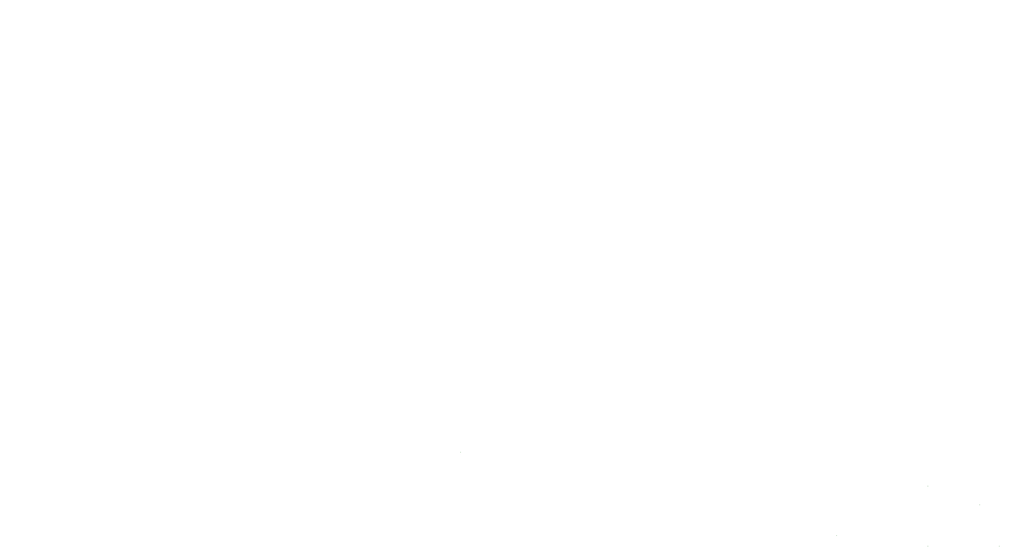
<source format=gbr>
%TF.GenerationSoftware,Altium Limited,Altium Designer,22.5.1 (42)*%
G04 Layer_Color=0*
%FSLAX26Y26*%
%MOIN*%
%TF.SameCoordinates,79F18A81-A5BF-4171-AD75-6FA3A7A6B408*%
%TF.FilePolarity,Positive*%
%TF.FileFunction,Plated,1,3,Blind,Drill*%
%TF.Part,Single*%
G01*
G75*
%TA.AperFunction,ViaDrill,NotFilled*%
%ADD167C,0.003937*%
%ADD169C,0.007874*%
%ADD171C,0.005906*%
%ADD172C,0.011811*%
D167*
X10436024Y4441929D02*
D03*
X10468504Y4454646D02*
D03*
X8785433Y5346457D02*
D03*
X8352362D02*
D03*
X7446851D02*
D03*
X7879921D02*
D03*
X8078740Y8836614D02*
D03*
X8062992D02*
D03*
X8080709Y9061811D02*
D03*
X8061024D02*
D03*
X8080709Y9127165D02*
D03*
X8061024D02*
D03*
X8023622Y8398622D02*
D03*
X8007874D02*
D03*
X8133858D02*
D03*
X8118110D02*
D03*
X7635827Y8555118D02*
D03*
Y8570866D02*
D03*
X7510827Y8911417D02*
D03*
Y8895669D02*
D03*
X7266732Y9969488D02*
D03*
Y9953740D02*
D03*
X7184055Y9969488D02*
D03*
Y9953740D02*
D03*
X8186023Y8868110D02*
D03*
X8170275D02*
D03*
X8001968Y9127165D02*
D03*
X7982283D02*
D03*
X8159449D02*
D03*
X8139764D02*
D03*
X7971457Y8868110D02*
D03*
X7955709D02*
D03*
X8022638Y9307087D02*
D03*
Y9291339D02*
D03*
X7829724Y9445374D02*
D03*
Y9429626D02*
D03*
X8139764Y9717717D02*
D03*
X8159449D02*
D03*
X7982283D02*
D03*
X8001968D02*
D03*
X8139764Y10898819D02*
D03*
X8159449D02*
D03*
X7957677Y10473917D02*
D03*
Y10489665D02*
D03*
X7942913Y10644685D02*
D03*
Y10660433D02*
D03*
X7982283Y10898819D02*
D03*
X8001968D02*
D03*
Y10308268D02*
D03*
X7982283D02*
D03*
X7942913Y10069882D02*
D03*
Y10054134D02*
D03*
X7957677Y9899114D02*
D03*
Y9883366D02*
D03*
X8159449Y10308268D02*
D03*
X8139764D02*
D03*
X7317421Y9370079D02*
D03*
X7301673D02*
D03*
X7214075Y9153543D02*
D03*
X7198327D02*
D03*
X8062992Y9496063D02*
D03*
X8078740D02*
D03*
X8062992Y10086614D02*
D03*
X8078740D02*
D03*
Y10677165D02*
D03*
X8062992D02*
D03*
X965551Y4695866D02*
D03*
X8061024Y9717717D02*
D03*
X8080709D02*
D03*
X8061024Y9652362D02*
D03*
X8080709D02*
D03*
X8061024Y10308268D02*
D03*
X8080709D02*
D03*
X8061024Y10242913D02*
D03*
X8080709D02*
D03*
X7531496Y8771654D02*
D03*
X7547244D02*
D03*
X7409449Y8770669D02*
D03*
X7393701D02*
D03*
X8080709Y10833465D02*
D03*
X8061024D02*
D03*
X8080709Y10898819D02*
D03*
X8061024D02*
D03*
X7770177Y8658465D02*
D03*
X7754429D02*
D03*
X8626264Y7233972D02*
D03*
X8612345Y7247891D02*
D03*
X8598425Y7261811D02*
D03*
X7720752Y7233972D02*
D03*
X7706833Y7247891D02*
D03*
X7692913Y7261811D02*
D03*
X6565945Y4677165D02*
D03*
Y4564961D02*
D03*
X8762795Y5502854D02*
D03*
Y5520768D02*
D03*
X8914370D02*
D03*
Y5502854D02*
D03*
X8329724D02*
D03*
Y5520768D02*
D03*
X8481299D02*
D03*
Y5502854D02*
D03*
X7857283D02*
D03*
Y5520768D02*
D03*
X8008858D02*
D03*
Y5502854D02*
D03*
X7575787D02*
D03*
Y5520768D02*
D03*
X7424213D02*
D03*
Y5502854D02*
D03*
X8806004Y5574803D02*
D03*
X8823917D02*
D03*
X8859154Y5666339D02*
D03*
X8877067D02*
D03*
X8372933Y5574803D02*
D03*
X8390846D02*
D03*
X8426083Y5666339D02*
D03*
X8443996D02*
D03*
X7900492Y5574803D02*
D03*
X7918405D02*
D03*
X7953642Y5666339D02*
D03*
X7971555D02*
D03*
X7538484D02*
D03*
X7520571D02*
D03*
X7485335Y5574803D02*
D03*
X7467421D02*
D03*
D169*
X14114173Y4133858D02*
D03*
X12145669Y3710630D02*
D03*
D171*
X9153543Y3716535D02*
D03*
X8799213D02*
D03*
X9153543Y3787402D02*
D03*
Y3683071D02*
D03*
Y3753937D02*
D03*
X8799213D02*
D03*
Y3683071D02*
D03*
Y3787402D02*
D03*
D172*
X6968504Y4855315D02*
D03*
X14383858Y3562992D02*
D03*
X13399606Y4389763D02*
D03*
Y3562992D02*
D03*
%TF.MD5,d6ada0008f833219aa411fb47ddcdb1f*%
M02*

</source>
